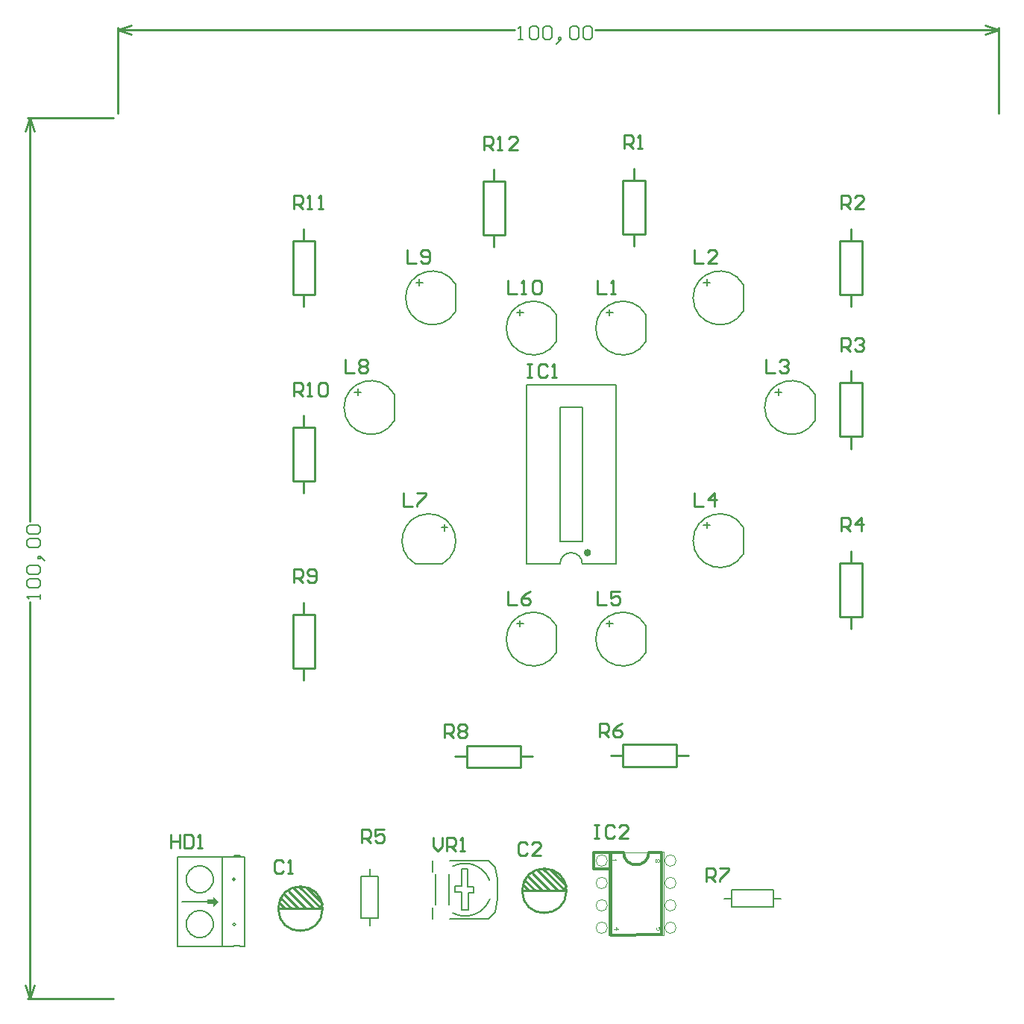
<source format=gto>
G04*
G04 #@! TF.GenerationSoftware,Altium Limited,Altium Designer,21.3.2 (30)*
G04*
G04 Layer_Color=65535*
%FSLAX24Y24*%
%MOIN*%
G70*
G04*
G04 #@! TF.SameCoordinates,6E726B93-E50A-4388-B932-66385DC3C8FA*
G04*
G04*
G04 #@! TF.FilePolarity,Positive*
G04*
G01*
G75*
%ADD10C,0.0100*%
%ADD11C,0.0070*%
%ADD12C,0.0150*%
%ADD13C,0.0118*%
%ADD14C,0.0020*%
%ADD15C,0.0060*%
G36*
X4450Y4312D02*
X4200Y4562D01*
Y4412D01*
X3950D01*
Y4212D01*
X4200D01*
Y4062D01*
X4450Y4312D01*
D02*
G37*
D10*
X19990Y4800D02*
G03*
X19990Y4800I-990J0D01*
G01*
X9090Y4000D02*
G03*
X9090Y4000I-990J0D01*
G01*
X19280Y5740D02*
X19960Y5060D01*
Y4980D02*
Y5060D01*
X18940Y5790D02*
X19930Y4800D01*
X18670Y5730D02*
X19600Y4800D01*
X19610D01*
X18460Y5590D02*
X19250Y4800D01*
X19290D01*
X18270Y5450D02*
X18920Y4800D01*
X18150Y5260D02*
X18610Y4800D01*
X18620D01*
X18070Y5040D02*
X18310Y4800D01*
X18480D01*
X18320D02*
X18480D01*
X18010D02*
X19980D01*
X8380Y4940D02*
X9060Y4260D01*
Y4180D02*
Y4260D01*
X8040Y4990D02*
X9030Y4000D01*
X7770Y4930D02*
X8700Y4000D01*
X8710D01*
X7560Y4790D02*
X8350Y4000D01*
X8390D01*
X7370Y4650D02*
X8020Y4000D01*
X7250Y4460D02*
X7710Y4000D01*
X7720D01*
X7170Y4240D02*
X7410Y4000D01*
X7580D01*
X7420D02*
X7580D01*
X7110D02*
X9080D01*
X23000Y36570D02*
Y37090D01*
Y33620D02*
Y34140D01*
X22508Y34150D02*
Y36550D01*
Y34150D02*
X23492D01*
Y36550D01*
X22508D02*
X23492D01*
X32700Y33870D02*
Y34390D01*
Y30920D02*
Y31440D01*
X32208Y31450D02*
Y33850D01*
Y31450D02*
X33192D01*
Y33850D01*
X32208D02*
X33192D01*
X32700Y24560D02*
Y25080D01*
Y27510D02*
Y28030D01*
X33192Y25100D02*
Y27500D01*
X32208D02*
X33192D01*
X32208Y25100D02*
Y27500D01*
Y25100D02*
X33192D01*
X32700Y19470D02*
Y19990D01*
Y16520D02*
Y17040D01*
X32208Y17050D02*
Y19450D01*
Y17050D02*
X33192D01*
Y19450D01*
X32208D02*
X33192D01*
X21960Y10850D02*
X22480D01*
X24910D02*
X25430D01*
X22500Y10358D02*
X24900D01*
Y11342D01*
X22500D02*
X24900D01*
X22500Y10358D02*
Y11342D01*
X15010Y10800D02*
X15530D01*
X17960D02*
X18480D01*
X15550Y10308D02*
X17950D01*
Y11292D01*
X15550D02*
X17950D01*
X15550Y10308D02*
Y11292D01*
X8250Y17170D02*
Y17690D01*
Y14220D02*
Y14740D01*
X7758Y14750D02*
Y17150D01*
Y14750D02*
X8742D01*
Y17150D01*
X7758D02*
X8742D01*
X8250Y25520D02*
Y26040D01*
Y22570D02*
Y23090D01*
X7758Y23100D02*
Y25500D01*
Y23100D02*
X8742D01*
Y25500D01*
X7758D02*
X8742D01*
X8250Y33870D02*
Y34390D01*
Y30920D02*
Y31440D01*
X7758Y31450D02*
Y33850D01*
Y31450D02*
X8742D01*
Y33850D01*
X7758D02*
X8742D01*
X16750Y36520D02*
Y37040D01*
Y33570D02*
Y34090D01*
X16258Y34100D02*
Y36500D01*
Y34100D02*
X17242D01*
Y36500D01*
X16258D02*
X17242D01*
X18250Y6875D02*
X18150Y6975D01*
X17950D01*
X17850Y6875D01*
Y6475D01*
X17950Y6375D01*
X18150D01*
X18250Y6475D01*
X18850Y6375D02*
X18450D01*
X18850Y6775D01*
Y6875D01*
X18750Y6975D01*
X18550D01*
X18450Y6875D01*
X7350Y6075D02*
X7250Y6175D01*
X7050D01*
X6950Y6075D01*
Y5675D01*
X7050Y5575D01*
X7250D01*
X7350Y5675D01*
X7550Y5575D02*
X7750D01*
X7650D01*
Y6175D01*
X7550Y6075D01*
X14050Y7165D02*
Y6765D01*
X14250Y6565D01*
X14450Y6765D01*
Y7165D01*
X14650Y6565D02*
Y7165D01*
X14950D01*
X15050Y7065D01*
Y6865D01*
X14950Y6765D01*
X14650D01*
X14850D02*
X15050Y6565D01*
X15250D02*
X15450D01*
X15350D01*
Y7165D01*
X15250Y7065D01*
X16310Y37925D02*
Y38525D01*
X16610D01*
X16710Y38425D01*
Y38225D01*
X16610Y38125D01*
X16310D01*
X16510D02*
X16710Y37925D01*
X16910D02*
X17110D01*
X17010D01*
Y38525D01*
X16910Y38425D01*
X17810Y37925D02*
X17410D01*
X17810Y38325D01*
Y38425D01*
X17710Y38525D01*
X17510D01*
X17410Y38425D01*
X7810Y35275D02*
Y35875D01*
X8110D01*
X8210Y35775D01*
Y35575D01*
X8110Y35475D01*
X7810D01*
X8010D02*
X8210Y35275D01*
X8410D02*
X8610D01*
X8510D01*
Y35875D01*
X8410Y35775D01*
X8910Y35275D02*
X9110D01*
X9010D01*
Y35875D01*
X8910Y35775D01*
X7810Y26925D02*
Y27525D01*
X8110D01*
X8210Y27425D01*
Y27225D01*
X8110Y27125D01*
X7810D01*
X8010D02*
X8210Y26925D01*
X8410D02*
X8610D01*
X8510D01*
Y27525D01*
X8410Y27425D01*
X8910D02*
X9010Y27525D01*
X9210D01*
X9310Y27425D01*
Y27025D01*
X9210Y26925D01*
X9010D01*
X8910Y27025D01*
Y27425D01*
X7810Y18575D02*
Y19175D01*
X8110D01*
X8210Y19075D01*
Y18875D01*
X8110Y18775D01*
X7810D01*
X8010D02*
X8210Y18575D01*
X8410Y18675D02*
X8510Y18575D01*
X8710D01*
X8810Y18675D01*
Y19075D01*
X8710Y19175D01*
X8510D01*
X8410Y19075D01*
Y18975D01*
X8510Y18875D01*
X8810D01*
X14530Y11645D02*
Y12245D01*
X14830D01*
X14930Y12145D01*
Y11945D01*
X14830Y11845D01*
X14530D01*
X14730D02*
X14930Y11645D01*
X15130Y12145D02*
X15230Y12245D01*
X15430D01*
X15530Y12145D01*
Y12045D01*
X15430Y11945D01*
X15530Y11845D01*
Y11745D01*
X15430Y11645D01*
X15230D01*
X15130Y11745D01*
Y11845D01*
X15230Y11945D01*
X15130Y12045D01*
Y12145D01*
X15230Y11945D02*
X15430D01*
X26250Y5225D02*
Y5825D01*
X26550D01*
X26650Y5725D01*
Y5525D01*
X26550Y5425D01*
X26250D01*
X26450D02*
X26650Y5225D01*
X26850Y5825D02*
X27250D01*
Y5725D01*
X26850Y5325D01*
Y5225D01*
X21480Y11695D02*
Y12295D01*
X21780D01*
X21880Y12195D01*
Y11995D01*
X21780Y11895D01*
X21480D01*
X21680D02*
X21880Y11695D01*
X22480Y12295D02*
X22280Y12195D01*
X22080Y11995D01*
Y11795D01*
X22180Y11695D01*
X22380D01*
X22480Y11795D01*
Y11895D01*
X22380Y11995D01*
X22080D01*
X10830Y6935D02*
Y7535D01*
X11130D01*
X11230Y7435D01*
Y7235D01*
X11130Y7135D01*
X10830D01*
X11030D02*
X11230Y6935D01*
X11830Y7535D02*
X11430D01*
Y7235D01*
X11630Y7335D01*
X11730D01*
X11830Y7235D01*
Y7035D01*
X11730Y6935D01*
X11530D01*
X11430Y7035D01*
X32260Y20875D02*
Y21475D01*
X32560D01*
X32660Y21375D01*
Y21175D01*
X32560Y21075D01*
X32260D01*
X32460D02*
X32660Y20875D01*
X33160D02*
Y21475D01*
X32860Y21175D01*
X33260D01*
X32260Y28925D02*
Y29525D01*
X32560D01*
X32660Y29425D01*
Y29225D01*
X32560Y29125D01*
X32260D01*
X32460D02*
X32660Y28925D01*
X32860Y29425D02*
X32960Y29525D01*
X33160D01*
X33260Y29425D01*
Y29325D01*
X33160Y29225D01*
X33060D01*
X33160D01*
X33260Y29125D01*
Y29025D01*
X33160Y28925D01*
X32960D01*
X32860Y29025D01*
X32260Y35275D02*
Y35875D01*
X32560D01*
X32660Y35775D01*
Y35575D01*
X32560Y35475D01*
X32260D01*
X32460D02*
X32660Y35275D01*
X33260D02*
X32860D01*
X33260Y35675D01*
Y35775D01*
X33160Y35875D01*
X32960D01*
X32860Y35775D01*
X22560Y37975D02*
Y38575D01*
X22860D01*
X22960Y38475D01*
Y38275D01*
X22860Y38175D01*
X22560D01*
X22760D02*
X22960Y37975D01*
X23160D02*
X23360D01*
X23260D01*
Y38575D01*
X23160Y38475D01*
X17370Y32085D02*
Y31485D01*
X17770D01*
X17970D02*
X18170D01*
X18070D01*
Y32085D01*
X17970Y31985D01*
X18470D02*
X18570Y32085D01*
X18770D01*
X18870Y31985D01*
Y31585D01*
X18770Y31485D01*
X18570D01*
X18470Y31585D01*
Y31985D01*
X12870Y33435D02*
Y32835D01*
X13270D01*
X13470Y32935D02*
X13570Y32835D01*
X13770D01*
X13870Y32935D01*
Y33335D01*
X13770Y33435D01*
X13570D01*
X13470Y33335D01*
Y33235D01*
X13570Y33135D01*
X13870D01*
X10110Y28535D02*
Y27935D01*
X10510D01*
X10710Y28435D02*
X10810Y28535D01*
X11010D01*
X11110Y28435D01*
Y28335D01*
X11010Y28235D01*
X11110Y28135D01*
Y28035D01*
X11010Y27935D01*
X10810D01*
X10710Y28035D01*
Y28135D01*
X10810Y28235D01*
X10710Y28335D01*
Y28435D01*
X10810Y28235D02*
X11010D01*
X12710Y22585D02*
Y21985D01*
X13110D01*
X13310Y22585D02*
X13710D01*
Y22485D01*
X13310Y22085D01*
Y21985D01*
X17370Y18185D02*
Y17585D01*
X17770D01*
X18370Y18185D02*
X18170Y18085D01*
X17970Y17885D01*
Y17685D01*
X18070Y17585D01*
X18270D01*
X18370Y17685D01*
Y17785D01*
X18270Y17885D01*
X17970D01*
X21370Y18185D02*
Y17585D01*
X21770D01*
X22370Y18185D02*
X21970D01*
Y17885D01*
X22170Y17985D01*
X22270D01*
X22370Y17885D01*
Y17685D01*
X22270Y17585D01*
X22070D01*
X21970Y17685D01*
X25710Y22585D02*
Y21985D01*
X26110D01*
X26610D02*
Y22585D01*
X26310Y22285D01*
X26710D01*
X28910Y28535D02*
Y27935D01*
X29310D01*
X29510Y28435D02*
X29610Y28535D01*
X29810D01*
X29910Y28435D01*
Y28335D01*
X29810Y28235D01*
X29710D01*
X29810D01*
X29910Y28135D01*
Y28035D01*
X29810Y27935D01*
X29610D01*
X29510Y28035D01*
X25710Y33435D02*
Y32835D01*
X26110D01*
X26710D02*
X26310D01*
X26710Y33235D01*
Y33335D01*
X26610Y33435D01*
X26410D01*
X26310Y33335D01*
X21370Y32085D02*
Y31485D01*
X21770D01*
X21970D02*
X22170D01*
X22070D01*
Y32085D01*
X21970Y31985D01*
X21230Y7745D02*
X21430D01*
X21330D01*
Y7145D01*
X21230D01*
X21430D01*
X22130Y7645D02*
X22030Y7745D01*
X21830D01*
X21730Y7645D01*
Y7245D01*
X21830Y7145D01*
X22030D01*
X22130Y7245D01*
X22730Y7145D02*
X22330D01*
X22730Y7545D01*
Y7645D01*
X22630Y7745D01*
X22430D01*
X22330Y7645D01*
X18240Y28335D02*
X18440D01*
X18340D01*
Y27735D01*
X18240D01*
X18440D01*
X19140Y28235D02*
X19040Y28335D01*
X18840D01*
X18740Y28235D01*
Y27835D01*
X18840Y27735D01*
X19040D01*
X19140Y27835D01*
X19340Y27735D02*
X19540D01*
X19440D01*
Y28335D01*
X19340Y28235D01*
X2300Y7305D02*
Y6705D01*
Y7005D01*
X2700D01*
Y7305D01*
Y6705D01*
X2900Y7305D02*
Y6705D01*
X3200D01*
X3300Y6805D01*
Y7205D01*
X3200Y7305D01*
X2900D01*
X3500Y6705D02*
X3700D01*
X3600D01*
Y7305D01*
X3500Y7205D01*
X-3987Y39357D02*
X-3787Y38757D01*
X-4187D02*
X-3987Y39357D01*
X-4187Y587D02*
X-3987Y-13D01*
X-3787Y587D01*
X-3987Y21322D02*
Y39357D01*
Y-13D02*
Y17703D01*
X-4087Y39357D02*
X-248D01*
X-4087Y-13D02*
X-248D01*
X-50Y43294D02*
X550Y43494D01*
X-50Y43294D02*
X550Y43094D01*
X38720D02*
X39320Y43294D01*
X38720Y43494D02*
X39320Y43294D01*
X-50D02*
X17666D01*
X21285D02*
X39320D01*
X-50Y39555D02*
Y43394D01*
X39320Y39555D02*
Y43394D01*
D11*
X23535Y30557D02*
G03*
X23539Y29350I-1035J-607D01*
G01*
X27885Y31907D02*
G03*
X27889Y30700I-1035J-607D01*
G01*
X31085Y27007D02*
G03*
X31089Y25800I-1035J-607D01*
G01*
X20700Y19396D02*
G03*
X19700Y19400I-500J17D01*
G01*
X27885Y21057D02*
G03*
X27889Y19850I-1035J-607D01*
G01*
X23535Y16657D02*
G03*
X23539Y15450I-1035J-607D01*
G01*
X4063Y2925D02*
G03*
X4051Y2911I-463J387D01*
G01*
X5184Y5312D02*
G03*
X5184Y5312I-64J0D01*
G01*
X5194Y3292D02*
G03*
X5194Y3292I-64J0D01*
G01*
X4062Y4924D02*
G03*
X4051Y4911I-462J388D01*
G01*
X14913Y3806D02*
G03*
X16561Y4431I547J1044D01*
G01*
X16551Y5269D02*
G03*
X14903Y5894I-1101J-419D01*
G01*
X19535Y16657D02*
G03*
X19539Y15450I-1035J-607D01*
G01*
X14447Y19415D02*
G03*
X13240Y19411I-607J1035D01*
G01*
X12285Y27007D02*
G03*
X12289Y25800I-1035J-607D01*
G01*
X15035Y31907D02*
G03*
X15039Y30700I-1035J-607D01*
G01*
X19535Y30557D02*
G03*
X19539Y29350I-1035J-607D01*
G01*
X21760Y30640D02*
X22060D01*
X21910Y30510D02*
Y30790D01*
X23540Y29360D02*
Y30550D01*
X26110Y31990D02*
X26410D01*
X26260Y31860D02*
Y32140D01*
X27890Y30710D02*
Y31900D01*
X29310Y27090D02*
X29610D01*
X29460Y26960D02*
Y27240D01*
X31090Y25810D02*
Y27000D01*
X11200Y3230D02*
Y3580D01*
X10820D02*
Y5430D01*
X11200D02*
Y5770D01*
X11580Y3580D02*
Y5430D01*
X10820D02*
X11580D01*
X10820Y3580D02*
X11580D01*
X19700Y20400D02*
Y26400D01*
X20700D01*
Y20400D02*
Y26400D01*
X19700Y20400D02*
X20700D01*
Y19400D02*
X22200D01*
X18200D02*
X19690D01*
X22200D02*
Y27400D01*
X18200D02*
X22200D01*
X18200Y19410D02*
Y27400D01*
Y19410D02*
X18210Y19400D01*
X26110Y21140D02*
X26410D01*
X26260Y21010D02*
Y21290D01*
X27890Y19860D02*
Y21050D01*
X27030Y4450D02*
X27380D01*
Y4830D02*
X29230D01*
Y4450D02*
X29570D01*
X27380Y4070D02*
X29230D01*
Y4830D01*
X27380Y4070D02*
Y4830D01*
X21760Y16740D02*
X22060D01*
X21910Y16610D02*
Y16890D01*
X23540Y15460D02*
Y16650D01*
X2600Y2312D02*
Y6312D01*
X2810Y4312D02*
X4320D01*
X5150Y6372D02*
X5400D01*
X4100Y6312D02*
X5600D01*
Y2312D02*
Y6312D01*
X5420Y2312D02*
X5600D01*
X5420D02*
Y2362D01*
X5110D02*
X5420D01*
X5110Y2312D02*
Y2362D01*
X2600Y2312D02*
X5110D01*
X2600Y6312D02*
X4100D01*
X4600Y2322D02*
Y6292D01*
X14010Y5630D02*
Y6140D01*
Y3540D02*
Y4050D01*
X16910Y4435D02*
Y5310D01*
X16820Y5850D02*
X16910Y5310D01*
X16510Y6160D02*
X16820Y5850D01*
X14760Y6160D02*
X16510D01*
X14150Y4170D02*
Y5540D01*
X14770Y3550D02*
X16520D01*
X16820Y3850D01*
X16910Y4435D01*
X14740Y4180D02*
Y5530D01*
X15310Y5770D02*
X15580D01*
X15310Y5000D02*
Y5770D01*
X15010Y5000D02*
X15310D01*
X15010Y4730D02*
Y5000D01*
Y4730D02*
X15300D01*
Y3930D02*
Y4730D01*
Y3930D02*
X15590D01*
Y4720D01*
X15840D01*
Y4990D01*
X15580D02*
X15840D01*
X15580D02*
Y5760D01*
X17760Y16740D02*
X18060D01*
X17910Y16610D02*
Y16890D01*
X19540Y15460D02*
Y16650D01*
X14530Y20890D02*
Y21190D01*
X14400Y21040D02*
X14680D01*
X13250Y19410D02*
X14440D01*
X10510Y27090D02*
X10810D01*
X10660Y26960D02*
Y27240D01*
X12290Y25810D02*
Y27000D01*
X13260Y31990D02*
X13560D01*
X13410Y31860D02*
Y32140D01*
X15040Y30710D02*
Y31900D01*
X17760Y30640D02*
X18060D01*
X17910Y30510D02*
Y30790D01*
X19540Y29360D02*
Y30550D01*
D12*
X21010Y19910D02*
G03*
X21010Y19910I-80J0D01*
G01*
D13*
X22542Y6524D02*
G03*
X23672Y6524I565J2D01*
G01*
X24244Y2837D02*
Y6523D01*
X24239Y6528D02*
X24244Y6523D01*
X23673Y6528D02*
X24239D01*
X21958Y2804D02*
X21961Y6522D01*
X21191Y5780D02*
X21958Y5777D01*
X21961Y6522D02*
X22532Y6524D01*
X21196Y6522D02*
X21961D01*
X21191Y5780D02*
Y6522D01*
X21958Y2804D02*
X24244Y2837D01*
D14*
X22537Y6524D02*
G03*
X23667Y6524I565J2D01*
G01*
X21820Y3150D02*
G03*
X21820Y3150I-256J0D01*
G01*
Y4150D02*
G03*
X21820Y4150I-256J0D01*
G01*
Y5150D02*
G03*
X21820Y5150I-256J0D01*
G01*
Y6150D02*
G03*
X21820Y6150I-256J0D01*
G01*
X24891Y3150D02*
G03*
X24891Y3150I-256J0D01*
G01*
Y4150D02*
G03*
X24891Y4150I-256J0D01*
G01*
Y5150D02*
G03*
X24891Y5150I-256J0D01*
G01*
Y6150D02*
G03*
X24891Y6150I-256J0D01*
G01*
X22537Y6524D02*
X23667Y6524D01*
X21194Y5780D02*
X21871Y5777D01*
X21194Y5780D02*
Y6522D01*
X21870D02*
X22537Y6524D01*
X23673Y6528D02*
X24334Y6534D01*
X21196Y6522D02*
X21870D01*
Y2803D02*
Y6522D01*
X24334Y2806D02*
Y6534D01*
X21870Y2803D02*
X24334Y2806D01*
X22019Y6219D02*
Y6153D01*
Y6186D01*
X22215D01*
X22183Y6219D01*
X22094Y3080D02*
X22291D01*
X22192Y3178D01*
Y3047D01*
X24218Y3042D02*
Y3173D01*
X24120D01*
X24153Y3108D01*
Y3075D01*
X24120Y3042D01*
X24054D01*
X24021Y3075D01*
Y3141D01*
X24054Y3173D01*
X24120Y6220D02*
X24153Y6188D01*
Y6122D01*
X24120Y6089D01*
X24087D01*
X24054Y6122D01*
X24021Y6089D01*
X23989D01*
X23956Y6122D01*
Y6188D01*
X23989Y6220D01*
X24021D01*
X24054Y6188D01*
X24087Y6220D01*
X24120D01*
X24054Y6188D02*
Y6122D01*
D15*
X-3527Y17863D02*
Y18063D01*
Y17963D01*
X-4127D01*
X-4027Y17863D01*
Y18362D02*
X-4127Y18462D01*
Y18662D01*
X-4027Y18762D01*
X-3627D01*
X-3527Y18662D01*
Y18462D01*
X-3627Y18362D01*
X-4027D01*
Y18962D02*
X-4127Y19062D01*
Y19262D01*
X-4027Y19362D01*
X-3627D01*
X-3527Y19262D01*
Y19062D01*
X-3627Y18962D01*
X-4027D01*
X-3427Y19662D02*
X-3527Y19762D01*
X-3627D01*
Y19662D01*
X-3527D01*
Y19762D01*
X-3427Y19662D01*
X-3327Y19562D01*
X-4027Y20162D02*
X-4127Y20262D01*
Y20462D01*
X-4027Y20562D01*
X-3627D01*
X-3527Y20462D01*
Y20262D01*
X-3627Y20162D01*
X-4027D01*
Y20762D02*
X-4127Y20862D01*
Y21062D01*
X-4027Y21162D01*
X-3627D01*
X-3527Y21062D01*
Y20862D01*
X-3627Y20762D01*
X-4027D01*
X17826Y42834D02*
X18026D01*
X17926D01*
Y43434D01*
X17826Y43334D01*
X18325D02*
X18425Y43434D01*
X18625D01*
X18725Y43334D01*
Y42934D01*
X18625Y42834D01*
X18425D01*
X18325Y42934D01*
Y43334D01*
X18925D02*
X19025Y43434D01*
X19225D01*
X19325Y43334D01*
Y42934D01*
X19225Y42834D01*
X19025D01*
X18925Y42934D01*
Y43334D01*
X19625Y42734D02*
X19725Y42834D01*
Y42934D01*
X19625D01*
Y42834D01*
X19725D01*
X19625Y42734D01*
X19525Y42634D01*
X20125Y43334D02*
X20225Y43434D01*
X20425D01*
X20525Y43334D01*
Y42934D01*
X20425Y42834D01*
X20225D01*
X20125Y42934D01*
Y43334D01*
X20725D02*
X20825Y43434D01*
X21025D01*
X21125Y43334D01*
Y42934D01*
X21025Y42834D01*
X20825D01*
X20725Y42934D01*
Y43334D01*
M02*

</source>
